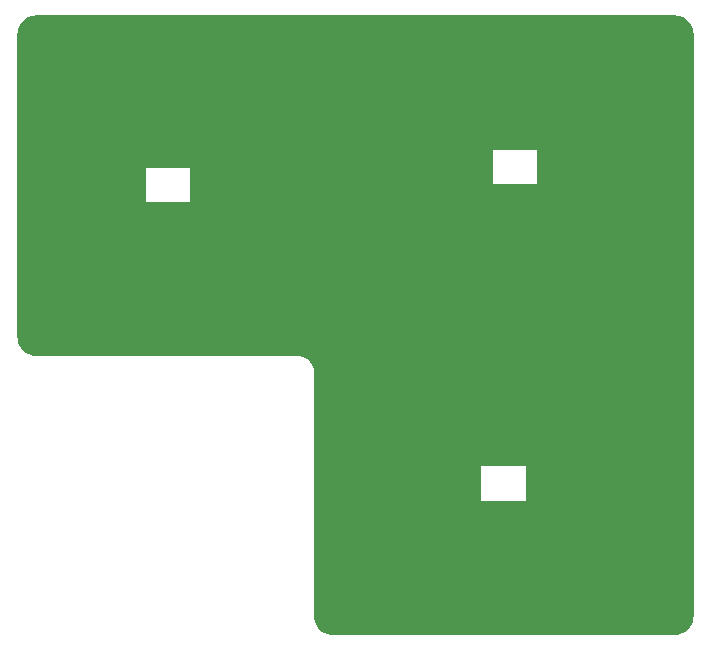
<source format=gbr>
%TF.GenerationSoftware,KiCad,Pcbnew,(5.1.10)-1*%
%TF.CreationDate,2022-11-26T15:59:39-06:00*%
%TF.ProjectId,perovskite_contact_board,7065726f-7673-46b6-9974-655f636f6e74,A*%
%TF.SameCoordinates,Original*%
%TF.FileFunction,Soldermask,Top*%
%TF.FilePolarity,Negative*%
%FSLAX46Y46*%
G04 Gerber Fmt 4.6, Leading zero omitted, Abs format (unit mm)*
G04 Created by KiCad (PCBNEW (5.1.10)-1) date 2022-11-26 15:59:39*
%MOMM*%
%LPD*%
G01*
G04 APERTURE LIST*
%ADD10R,4.000000X4.000000*%
%ADD11R,7.400000X3.800000*%
%ADD12C,0.254000*%
%ADD13C,0.100000*%
G04 APERTURE END LIST*
D10*
%TO.C,U3*%
X171898960Y-127860500D03*
X151698960Y-127860500D03*
X161598960Y-138460500D03*
X161648960Y-118160500D03*
D11*
X153448960Y-138660500D03*
X169898960Y-138660500D03*
X169898960Y-118060500D03*
X153448960Y-118060500D03*
%TD*%
%TO.C,U1*%
X125285500Y-92964000D03*
X141735500Y-92964000D03*
X141735500Y-113564000D03*
X125285500Y-113564000D03*
D10*
X133485500Y-93064000D03*
X133435500Y-113364000D03*
X123535500Y-102764000D03*
X143735500Y-102764000D03*
%TD*%
D11*
%TO.C,U2*%
X153730000Y-91985500D03*
X170180000Y-91985500D03*
X170180000Y-112585500D03*
X153730000Y-112585500D03*
D10*
X161930000Y-92085500D03*
X161880000Y-112385500D03*
X151980000Y-101785500D03*
X172180000Y-101785500D03*
%TD*%
D12*
X176169652Y-89075509D02*
X176398525Y-89130457D01*
X176615986Y-89220532D01*
X176816678Y-89343517D01*
X176995660Y-89496382D01*
X177148525Y-89675364D01*
X177271510Y-89876056D01*
X177361585Y-90093517D01*
X177416533Y-90322390D01*
X177435000Y-90557042D01*
X177435000Y-139757042D01*
X177416533Y-139991694D01*
X177361585Y-140220567D01*
X177271510Y-140438028D01*
X177148525Y-140638720D01*
X176995660Y-140817702D01*
X176816678Y-140970567D01*
X176615986Y-141093552D01*
X176398525Y-141183627D01*
X176169652Y-141238575D01*
X175935000Y-141257042D01*
X147022500Y-141257042D01*
X146787848Y-141238575D01*
X146558975Y-141183627D01*
X146341514Y-141093552D01*
X146140822Y-140970567D01*
X145961840Y-140817702D01*
X145808975Y-140638720D01*
X145685990Y-140438028D01*
X145595915Y-140220567D01*
X145540967Y-139991694D01*
X145522500Y-139757042D01*
X145522500Y-126987300D01*
X159461200Y-126987300D01*
X159461200Y-130187700D01*
X163474400Y-130187700D01*
X163474400Y-126987300D01*
X159461200Y-126987300D01*
X145522500Y-126987300D01*
X145522500Y-119131959D01*
X145504033Y-118897307D01*
X145449085Y-118668434D01*
X145359010Y-118450973D01*
X145236025Y-118250281D01*
X145083160Y-118071299D01*
X144904178Y-117918434D01*
X144703486Y-117795449D01*
X144486025Y-117705374D01*
X144257152Y-117650426D01*
X144022500Y-117631959D01*
X121935000Y-117631959D01*
X121700348Y-117613492D01*
X121471475Y-117558544D01*
X121254014Y-117468469D01*
X121053322Y-117345484D01*
X120874340Y-117192619D01*
X120721475Y-117013637D01*
X120598490Y-116812945D01*
X120508415Y-116595484D01*
X120453467Y-116366611D01*
X120435000Y-116131959D01*
X120435000Y-101689100D01*
X131057900Y-101689100D01*
X131057900Y-104889500D01*
X135071100Y-104889500D01*
X135071100Y-101689100D01*
X131057900Y-101689100D01*
X120435000Y-101689100D01*
X120435000Y-100165100D01*
X160420300Y-100165100D01*
X160420300Y-103365500D01*
X164433500Y-103365500D01*
X164433500Y-100165100D01*
X160420300Y-100165100D01*
X120435000Y-100165100D01*
X120435000Y-90557042D01*
X120453467Y-90322390D01*
X120508415Y-90093517D01*
X120598490Y-89876056D01*
X120721475Y-89675364D01*
X120874340Y-89496382D01*
X121053322Y-89343517D01*
X121254014Y-89220532D01*
X121471475Y-89130457D01*
X121700348Y-89075509D01*
X121935000Y-89057042D01*
X175935000Y-89057042D01*
X176169652Y-89075509D01*
D13*
G36*
X176169652Y-89075509D02*
G01*
X176398525Y-89130457D01*
X176615986Y-89220532D01*
X176816678Y-89343517D01*
X176995660Y-89496382D01*
X177148525Y-89675364D01*
X177271510Y-89876056D01*
X177361585Y-90093517D01*
X177416533Y-90322390D01*
X177435000Y-90557042D01*
X177435000Y-139757042D01*
X177416533Y-139991694D01*
X177361585Y-140220567D01*
X177271510Y-140438028D01*
X177148525Y-140638720D01*
X176995660Y-140817702D01*
X176816678Y-140970567D01*
X176615986Y-141093552D01*
X176398525Y-141183627D01*
X176169652Y-141238575D01*
X175935000Y-141257042D01*
X147022500Y-141257042D01*
X146787848Y-141238575D01*
X146558975Y-141183627D01*
X146341514Y-141093552D01*
X146140822Y-140970567D01*
X145961840Y-140817702D01*
X145808975Y-140638720D01*
X145685990Y-140438028D01*
X145595915Y-140220567D01*
X145540967Y-139991694D01*
X145522500Y-139757042D01*
X145522500Y-126987300D01*
X159461200Y-126987300D01*
X159461200Y-130187700D01*
X163474400Y-130187700D01*
X163474400Y-126987300D01*
X159461200Y-126987300D01*
X145522500Y-126987300D01*
X145522500Y-119131959D01*
X145504033Y-118897307D01*
X145449085Y-118668434D01*
X145359010Y-118450973D01*
X145236025Y-118250281D01*
X145083160Y-118071299D01*
X144904178Y-117918434D01*
X144703486Y-117795449D01*
X144486025Y-117705374D01*
X144257152Y-117650426D01*
X144022500Y-117631959D01*
X121935000Y-117631959D01*
X121700348Y-117613492D01*
X121471475Y-117558544D01*
X121254014Y-117468469D01*
X121053322Y-117345484D01*
X120874340Y-117192619D01*
X120721475Y-117013637D01*
X120598490Y-116812945D01*
X120508415Y-116595484D01*
X120453467Y-116366611D01*
X120435000Y-116131959D01*
X120435000Y-101689100D01*
X131057900Y-101689100D01*
X131057900Y-104889500D01*
X135071100Y-104889500D01*
X135071100Y-101689100D01*
X131057900Y-101689100D01*
X120435000Y-101689100D01*
X120435000Y-100165100D01*
X160420300Y-100165100D01*
X160420300Y-103365500D01*
X164433500Y-103365500D01*
X164433500Y-100165100D01*
X160420300Y-100165100D01*
X120435000Y-100165100D01*
X120435000Y-90557042D01*
X120453467Y-90322390D01*
X120508415Y-90093517D01*
X120598490Y-89876056D01*
X120721475Y-89675364D01*
X120874340Y-89496382D01*
X121053322Y-89343517D01*
X121254014Y-89220532D01*
X121471475Y-89130457D01*
X121700348Y-89075509D01*
X121935000Y-89057042D01*
X175935000Y-89057042D01*
X176169652Y-89075509D01*
G37*
M02*

</source>
